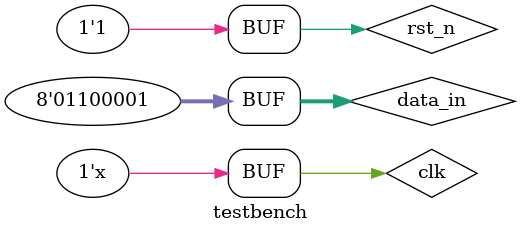
<source format=v>
`timescale 1ns / 1ps



module testbench();
    reg rst_n,clk;
   // wire [127:0]digest;
   // wire valid;
    //wire [127:0]value;
    //reg [127:0]message;
    reg [7:0]data_in;
    wire[7:0]data_out;
    wire [7:0]addr;
    wire wen;
    initial
        begin
        clk=0;
      // wen=0;

       rst_n=0;
        data_in=8'h61;
         #10 rst_n=1;
         
         //#10 rst=0;
        
        end
      always #5 clk=~clk;
      


qspi_adder aa(
.clk(clk),
.rst_n(rst_n),
//RAM

.data_in(data_in),
.addr(addr), 
.data_out(data_out),
.wen(wen)
);
    







endmodule

</source>
